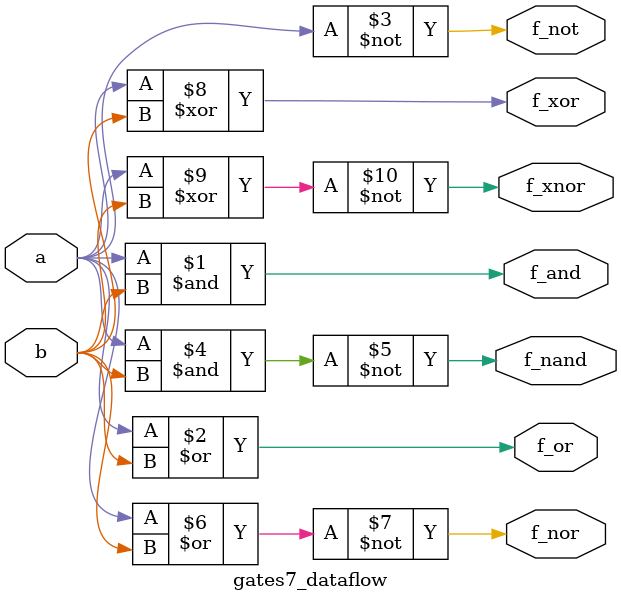
<source format=v>
module gates7_dataflow (a, b, f_and, f_or, f_not, f_nand, f_nor, f_xor, f_xnor);
	input a, b;
	output f_and, f_or, f_not, f_nand, f_nor, f_xor, f_xnor;

	assign f_and = a & b;	
	assign f_or = a | b;	
	assign f_not = ~a;	
	assign f_nand = ~(a & b);	
	assign f_nor = ~(a | b);	
	assign f_xor = a ^ b;	
	assign f_xnor = ~(a ^ b);	
endmodule

</source>
